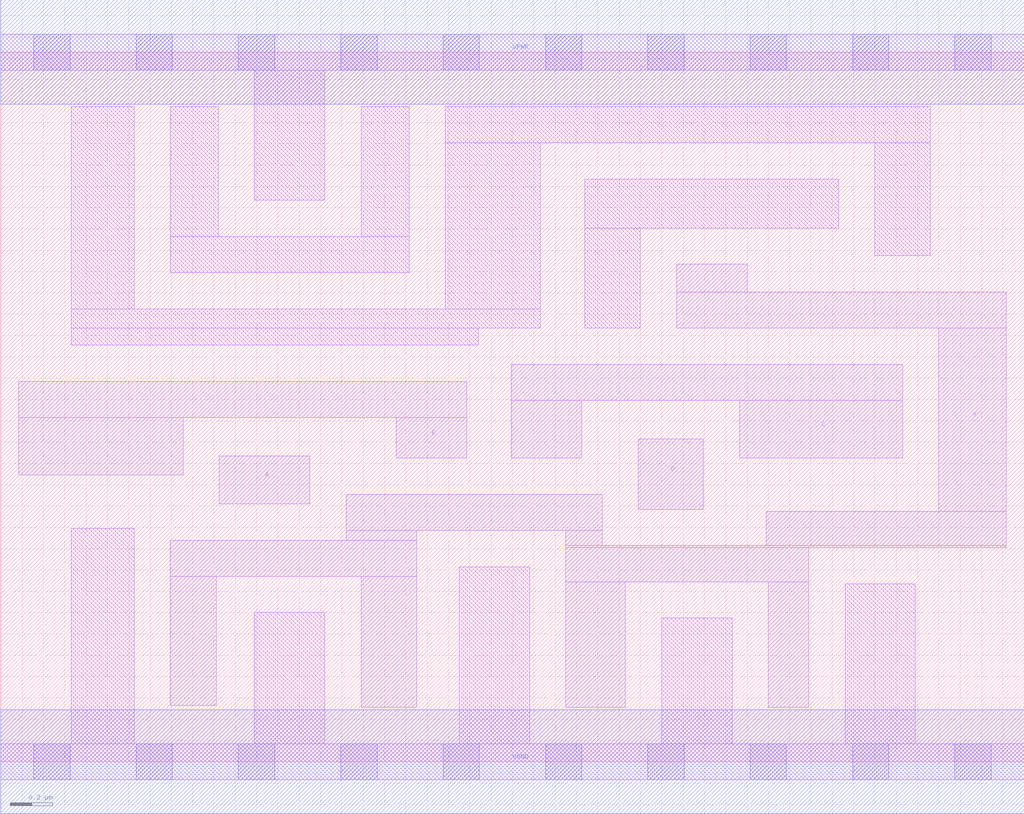
<source format=lef>
# Copyright 2020 The SkyWater PDK Authors
#
# Licensed under the Apache License, Version 2.0 (the "License");
# you may not use this file except in compliance with the License.
# You may obtain a copy of the License at
#
#     https://www.apache.org/licenses/LICENSE-2.0
#
# Unless required by applicable law or agreed to in writing, software
# distributed under the License is distributed on an "AS IS" BASIS,
# WITHOUT WARRANTIES OR CONDITIONS OF ANY KIND, either express or implied.
# See the License for the specific language governing permissions and
# limitations under the License.
#
# SPDX-License-Identifier: Apache-2.0

VERSION 5.7 ;
  NAMESCASESENSITIVE ON ;
  NOWIREEXTENSIONATPIN ON ;
  DIVIDERCHAR "/" ;
  BUSBITCHARS "[]" ;
UNITS
  DATABASE MICRONS 200 ;
END UNITS
MACRO sky130_fd_sc_lp__nor4_2
  CLASS CORE ;
  FOREIGN sky130_fd_sc_lp__nor4_2 ;
  ORIGIN  0.000000  0.000000 ;
  SIZE  4.800000 BY  3.330000 ;
  SYMMETRY X Y R90 ;
  SITE unit ;
  PIN A
    ANTENNAGATEAREA  0.630000 ;
    DIRECTION INPUT ;
    USE SIGNAL ;
    PORT
      LAYER li1 ;
        RECT 1.025000 1.210000 1.450000 1.435000 ;
    END
  END A
  PIN B
    ANTENNAGATEAREA  0.630000 ;
    DIRECTION INPUT ;
    USE SIGNAL ;
    PORT
      LAYER li1 ;
        RECT 0.085000 1.345000 0.855000 1.615000 ;
        RECT 0.085000 1.615000 2.185000 1.785000 ;
        RECT 1.855000 1.425000 2.185000 1.615000 ;
    END
  END B
  PIN C
    ANTENNAGATEAREA  0.630000 ;
    DIRECTION INPUT ;
    USE SIGNAL ;
    PORT
      LAYER li1 ;
        RECT 2.395000 1.425000 2.725000 1.695000 ;
        RECT 2.395000 1.695000 4.230000 1.865000 ;
        RECT 3.465000 1.425000 4.230000 1.695000 ;
    END
  END C
  PIN D
    ANTENNAGATEAREA  0.630000 ;
    DIRECTION INPUT ;
    USE SIGNAL ;
    PORT
      LAYER li1 ;
        RECT 2.990000 1.185000 3.295000 1.515000 ;
    END
  END D
  PIN Y
    ANTENNADIFFAREA  1.293600 ;
    DIRECTION OUTPUT ;
    USE SIGNAL ;
    PORT
      LAYER li1 ;
        RECT 0.795000 0.265000 1.010000 0.870000 ;
        RECT 0.795000 0.870000 1.950000 1.040000 ;
        RECT 1.620000 1.040000 1.950000 1.085000 ;
        RECT 1.620000 1.085000 2.820000 1.255000 ;
        RECT 1.690000 0.255000 1.950000 0.870000 ;
        RECT 2.650000 0.255000 2.930000 0.845000 ;
        RECT 2.650000 0.845000 3.790000 1.005000 ;
        RECT 2.650000 1.005000 4.715000 1.015000 ;
        RECT 2.650000 1.015000 2.820000 1.085000 ;
        RECT 3.170000 2.035000 4.715000 2.205000 ;
        RECT 3.170000 2.205000 3.500000 2.335000 ;
        RECT 3.590000 1.015000 4.715000 1.175000 ;
        RECT 3.600000 0.255000 3.790000 0.845000 ;
        RECT 4.400000 1.175000 4.715000 2.035000 ;
    END
  END Y
  PIN VGND
    DIRECTION INOUT ;
    USE GROUND ;
    PORT
      LAYER met1 ;
        RECT 0.000000 -0.245000 4.800000 0.245000 ;
    END
  END VGND
  PIN VPWR
    DIRECTION INOUT ;
    USE POWER ;
    PORT
      LAYER met1 ;
        RECT 0.000000 3.085000 4.800000 3.575000 ;
    END
  END VPWR
  OBS
    LAYER li1 ;
      RECT 0.000000 -0.085000 4.800000 0.085000 ;
      RECT 0.000000  3.245000 4.800000 3.415000 ;
      RECT 0.330000  0.085000 0.625000 1.095000 ;
      RECT 0.330000  1.955000 2.240000 2.035000 ;
      RECT 0.330000  2.035000 2.530000 2.125000 ;
      RECT 0.330000  2.125000 0.625000 3.075000 ;
      RECT 0.795000  2.295000 1.915000 2.465000 ;
      RECT 0.795000  2.465000 1.020000 3.075000 ;
      RECT 1.190000  0.085000 1.520000 0.700000 ;
      RECT 1.190000  2.635000 1.520000 3.245000 ;
      RECT 1.690000  2.465000 1.915000 3.075000 ;
      RECT 2.085000  2.125000 2.530000 2.905000 ;
      RECT 2.085000  2.905000 4.360000 3.075000 ;
      RECT 2.150000  0.085000 2.480000 0.915000 ;
      RECT 2.740000  2.035000 3.000000 2.505000 ;
      RECT 2.740000  2.505000 3.930000 2.735000 ;
      RECT 3.100000  0.085000 3.430000 0.675000 ;
      RECT 3.960000  0.085000 4.290000 0.835000 ;
      RECT 4.100000  2.375000 4.360000 2.905000 ;
    LAYER mcon ;
      RECT 0.155000 -0.085000 0.325000 0.085000 ;
      RECT 0.155000  3.245000 0.325000 3.415000 ;
      RECT 0.635000 -0.085000 0.805000 0.085000 ;
      RECT 0.635000  3.245000 0.805000 3.415000 ;
      RECT 1.115000 -0.085000 1.285000 0.085000 ;
      RECT 1.115000  3.245000 1.285000 3.415000 ;
      RECT 1.595000 -0.085000 1.765000 0.085000 ;
      RECT 1.595000  3.245000 1.765000 3.415000 ;
      RECT 2.075000 -0.085000 2.245000 0.085000 ;
      RECT 2.075000  3.245000 2.245000 3.415000 ;
      RECT 2.555000 -0.085000 2.725000 0.085000 ;
      RECT 2.555000  3.245000 2.725000 3.415000 ;
      RECT 3.035000 -0.085000 3.205000 0.085000 ;
      RECT 3.035000  3.245000 3.205000 3.415000 ;
      RECT 3.515000 -0.085000 3.685000 0.085000 ;
      RECT 3.515000  3.245000 3.685000 3.415000 ;
      RECT 3.995000 -0.085000 4.165000 0.085000 ;
      RECT 3.995000  3.245000 4.165000 3.415000 ;
      RECT 4.475000 -0.085000 4.645000 0.085000 ;
      RECT 4.475000  3.245000 4.645000 3.415000 ;
  END
END sky130_fd_sc_lp__nor4_2
END LIBRARY

</source>
